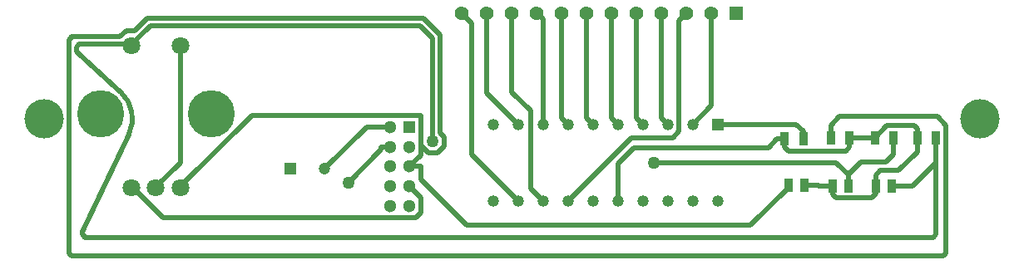
<source format=gbr>
G04*
G04 #@! TF.GenerationSoftware,Altium Limited,Altium Designer,24.4.1 (13)*
G04*
G04 Layer_Physical_Order=1*
G04 Layer_Color=255*
%FSLAX25Y25*%
%MOIN*%
G70*
G04*
G04 #@! TF.SameCoordinates,3EC07A87-705D-4AB8-BE85-6466009946D1*
G04*
G04*
G04 #@! TF.FilePolarity,Positive*
G04*
G01*
G75*
%ADD24C,0.05118*%
%ADD25R,0.05118X0.05118*%
%ADD28C,0.02000*%
%ADD29C,0.02000*%
%ADD30R,0.03740X0.05512*%
%ADD31R,0.03347X0.05315*%
%ADD32C,0.05610*%
%ADD33R,0.05610X0.05610*%
%ADD34C,0.07087*%
%ADD35C,0.18898*%
%ADD36C,0.04724*%
%ADD37R,0.04724X0.04724*%
%ADD38C,0.04685*%
%ADD39R,0.04685X0.04685*%
%ADD40C,0.05000*%
%ADD41C,0.15748*%
D24*
X316063Y357752D02*
D03*
Y365626D02*
D03*
Y373500D02*
D03*
Y381374D02*
D03*
Y389248D02*
D03*
X323937Y357752D02*
D03*
Y365626D02*
D03*
Y373500D02*
D03*
Y381374D02*
D03*
D25*
Y389248D02*
D03*
D28*
X211477Y386400D02*
G03*
X211478Y386401I-13127J6304D01*
G01*
D02*
G03*
X208183Y403445I-13127J6303D01*
G01*
X192775Y346172D02*
X193361Y345586D01*
X193947Y345000D02*
X533809D01*
X192775Y347000D02*
X192775Y346172D01*
Y347455D02*
X211477Y386400D01*
X193361Y345586D02*
X193947Y345000D01*
X192775Y347000D02*
X192775Y347455D01*
X188672Y425559D02*
X207818D01*
X188086Y424973D02*
X188672Y425559D01*
X187500Y424387D02*
X188086Y424973D01*
X187500Y338672D02*
Y424387D01*
Y338672D02*
X188672Y337500D01*
X191672Y422559D02*
X212657D01*
X190500Y419731D02*
X191672Y418559D01*
X208183Y403445D01*
X190500Y419731D02*
Y421387D01*
X191672Y422559D01*
X188672Y337500D02*
X537728D01*
X207818Y425559D02*
X210361Y428102D01*
X218856Y433000D02*
X329543D01*
X210361Y428102D02*
X213958D01*
X218856Y433000D01*
X538900Y338672D02*
Y390000D01*
X537728Y337500D02*
X538900Y338672D01*
X534980Y346172D02*
Y375000D01*
X533809Y345000D02*
X534980Y346172D01*
X329543Y433000D02*
X336300Y426243D01*
Y386964D02*
Y426243D01*
Y386964D02*
X337800Y385464D01*
X335164Y379100D02*
X337800Y381736D01*
X331436Y379100D02*
X335164D01*
X231757Y374729D02*
X232343Y375315D01*
X328800Y381736D02*
X331436Y379100D01*
X232343Y375315D02*
Y422559D01*
X328500Y381736D02*
Y393900D01*
X337800Y381736D02*
Y385464D01*
X328500Y378063D02*
Y381736D01*
X222500Y365472D02*
X231757Y374729D01*
X499848Y370148D02*
X499996Y370000D01*
X494896Y375100D02*
X499848Y370148D01*
X312600Y380200D02*
Y381374D01*
X445000Y397815D02*
Y435000D01*
X437500Y390315D02*
X445000Y397815D01*
X425000Y392815D02*
Y435000D01*
Y392815D02*
X427500Y390315D01*
X415000Y392815D02*
Y435000D01*
Y392815D02*
X417500Y390315D01*
X405000Y392815D02*
Y435000D01*
Y392815D02*
X407500Y390315D01*
X395000Y392815D02*
Y435000D01*
Y392815D02*
X397500Y390315D01*
X385000Y392815D02*
Y435000D01*
Y392815D02*
X387500Y390315D01*
X377500D02*
Y432500D01*
X375000Y435000D02*
X377500Y432500D01*
X345000Y435000D02*
X349000Y431000D01*
Y378185D02*
Y431000D01*
Y378185D02*
X367500Y359685D01*
X535400Y393500D02*
X538900Y390000D01*
X496260Y393500D02*
X535400D01*
X492760Y390000D02*
X496260Y393500D01*
X492760Y385000D02*
Y390000D01*
X323937Y373500D02*
X328500D01*
Y368307D02*
Y373500D01*
Y368307D02*
X347007Y349800D01*
X460552D01*
X475752Y365000D01*
Y366000D01*
X232343Y365472D02*
X260770Y393900D01*
X328500D01*
X323937Y373500D02*
X328500Y378063D01*
X518000Y378300D02*
Y385000D01*
X515000Y375300D02*
X518000Y378300D01*
X505000Y375300D02*
X515000D01*
X499848Y370148D02*
X505000Y375300D01*
X499848Y370148D02*
X499996Y365500D01*
Y370000D01*
X421900Y375100D02*
X494896D01*
X333300Y383600D02*
Y425000D01*
X328300Y430000D02*
X333300Y425000D01*
X220098Y430000D02*
X328300D01*
X212657Y422559D02*
X220098Y430000D01*
X312600Y381374D02*
X316063D01*
X299500Y367100D02*
X312600Y380200D01*
X527500Y379300D02*
Y385000D01*
X520000Y371800D02*
X527500Y379300D01*
X512500Y371800D02*
X520000D01*
X510752Y370052D02*
X512500Y371800D01*
X510752Y365500D02*
Y370052D01*
X481740Y384500D02*
Y387500D01*
X478925Y390315D02*
X481740Y387500D01*
X447500Y390315D02*
X478925D01*
X290000Y372500D02*
X306748Y389248D01*
X316063D01*
X471300Y384500D02*
X474260D01*
X467700Y380900D02*
X471300Y384500D01*
X413700Y380900D02*
X467700D01*
X407500Y374700D02*
X413700Y380900D01*
X407500Y359685D02*
Y374700D01*
X431900Y431900D02*
X435000Y435000D01*
X431900Y387500D02*
Y431900D01*
X429400Y385000D02*
X431900Y387500D01*
X412815Y385000D02*
X429400D01*
X387500Y359685D02*
X412815Y385000D01*
X323937Y365626D02*
X328496Y361067D01*
Y355000D02*
Y361067D01*
X326596Y353100D02*
X328496Y355000D01*
X225030Y353100D02*
X326596D01*
X212657Y365472D02*
X225030Y353100D01*
X517248Y365500D02*
X525480D01*
X534980Y375000D01*
Y385000D01*
X355000Y402815D02*
Y435000D01*
Y402815D02*
X367500Y390315D01*
X365000Y403409D02*
Y435000D01*
Y403409D02*
X372500Y395909D01*
Y364685D02*
Y395909D01*
Y364685D02*
X377500Y359685D01*
X474260Y381250D02*
Y384500D01*
Y381250D02*
X475810Y379700D01*
X498750D01*
X500240Y381190D01*
Y385000D01*
X510752Y362500D02*
Y365500D01*
X509052Y360800D02*
X510752Y362500D01*
X495000Y360800D02*
X509052D01*
X493500Y362300D02*
X495000Y360800D01*
X493500Y362300D02*
Y365500D01*
X510520Y385000D02*
X515320Y389800D01*
X526250D01*
X527500Y388550D01*
Y385000D02*
Y388550D01*
X500240Y385000D02*
X510520D01*
X488100Y365500D02*
X493500D01*
X487600Y366000D02*
X488100Y365500D01*
X482248Y366000D02*
X487600D01*
D29*
X192775Y347000D02*
D03*
D30*
X474260Y384500D02*
D03*
X481740D02*
D03*
X527500Y385000D02*
D03*
X534980D02*
D03*
X510520D02*
D03*
X518000D02*
D03*
X500240D02*
D03*
X492760D02*
D03*
D31*
X510752Y365500D02*
D03*
X517248D02*
D03*
X493500D02*
D03*
X499996D02*
D03*
X482248Y366000D02*
D03*
X475752D02*
D03*
D32*
X345000Y435000D02*
D03*
X435000D02*
D03*
X445000D02*
D03*
X415000D02*
D03*
X425000D02*
D03*
X405000D02*
D03*
X395000D02*
D03*
X355000D02*
D03*
X385000D02*
D03*
X375000D02*
D03*
X365000D02*
D03*
D33*
X455000D02*
D03*
D34*
X232185Y365000D02*
D03*
X212500D02*
D03*
X222343D02*
D03*
X232185Y422087D02*
D03*
X212500D02*
D03*
D35*
X200295Y394528D02*
D03*
X244390D02*
D03*
D36*
X290000Y372500D02*
D03*
D37*
X276220D02*
D03*
D38*
X447500Y359685D02*
D03*
X437500D02*
D03*
X427500D02*
D03*
X417500D02*
D03*
X407500D02*
D03*
X397500D02*
D03*
X387500D02*
D03*
X377500D02*
D03*
X367500D02*
D03*
X357500D02*
D03*
Y390315D02*
D03*
X367500D02*
D03*
X377500D02*
D03*
X387500D02*
D03*
X397500D02*
D03*
X407500D02*
D03*
X417500D02*
D03*
X427500D02*
D03*
X437500D02*
D03*
D39*
X447500D02*
D03*
D40*
X421900Y375100D02*
D03*
X333300Y383600D02*
D03*
X299500Y367100D02*
D03*
D41*
X177500Y392500D02*
D03*
X552500D02*
D03*
M02*

</source>
